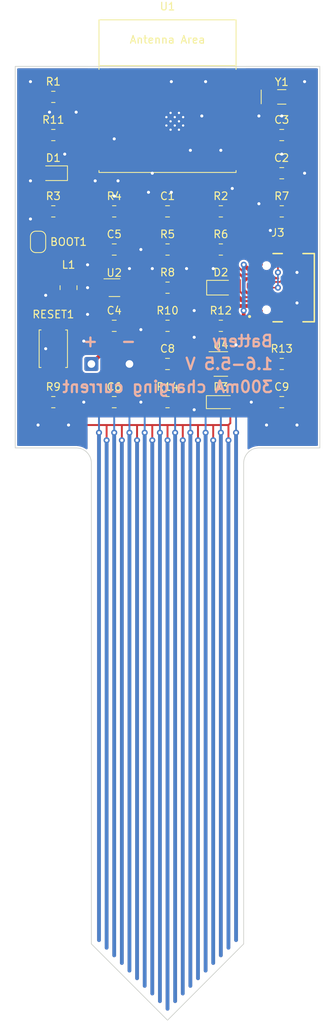
<source format=kicad_pcb>
(kicad_pcb (version 20211014) (generator pcbnew)
  (layers (0 "F.Cu" signal) (31 "B.Cu" signal) (34 "B.Paste" user) (35 "F.Paste" user) (36 "B.SilkS" user "B.Silkscreen") (37 "F.SilkS" user "F.Silkscreen") (38 "B.Mask" user) (39 "F.Mask" user) (44 "Edge.Cuts" user))
  (net 0 "")
  (net 1 "Net-(D1-Pad1)")
  (net 2 "GND")
  (net 3 "+3.3V")
  (net 4 "/EN")
  (net 5 "/USB_D-")
  (net 6 "/USB_D+")
  (net 8 "/XTAL_32K_N")
  (net 9 "/XTAL_32K_P")
  (net 10 "VDD")
  (net 12 "Net-(J3-PadB5)")
  (net 13 "Net-(J3-PadA5)")
  (net 15 "Net-(L1-Pad1)")
  (net 16 "Net-(L1-Pad2)")
  (net 17 "/MEASURE")
  (net 20 "Net-(R12-Pad1)")
  (net 21 "/PWR_MODE")
  (net 22 "Net-(D2-Pad1)")
  (net 23 "Net-(R13-Pad2)")
  (net 25 "Net-(R4-Pad1)")
  (net 26 "+BATT")
  (net 27 "/PULSE")
  (net 28 "/+PROBE")
  (net 29 "Net-(R5-Pad1)")
  (net 30 "Net-(BOOT1-Pad1)")
  (net 31 "Net-(R2-Pad1)")
  (net 32 "Net-(R3-Pad2)")
  (net 33 "Net-(R11-Pad1)")
  (footprint "Resistor_SMD:R_0805_2012Metric_Pad1.20x1.40mm_HandSolder" (layer "F.Cu") (at 135 79 180)
    (fp_text reference "R10")
    (fp_text value "10k")
  )
  (footprint "Capacitor_SMD:C_0805_2012Metric_Pad1.18x1.45mm_HandSolder" (layer "F.Cu") (at 128 89)
    (fp_text reference "C6")
    (fp_text value "1nF")
  )
  (footprint "Capacitor_SMD:C_0805_2012Metric_Pad1.18x1.45mm_HandSolder" (layer "F.Cu") (at 150 59)
    (fp_text reference "C2")
    (fp_text value "18pF")
  )
  (footprint "Resistor_SMD:R_0805_2012Metric_Pad1.20x1.40mm_HandSolder" (layer "F.Cu") (at 142 69 180)
    (fp_text reference "R6")
    (fp_text value "5.1k")
  )
  (footprint "Connector_Wire:SolderWire-0.25sqmm_1x01_D0.65mm_OD1.7mm" (layer "F.Cu") (at 130 84)
    (fp_text reference "-BATT1" hide)
    (fp_text value "Conn_01x01" hide)
  )
  (footprint "Resistor_SMD:R_0805_2012Metric_Pad1.20x1.40mm_HandSolder" (layer "F.Cu") (at 120 64)
    (fp_text reference "R3")
    (fp_text value "10k")
  )
  (footprint "Capacitor_SMD:C_0805_2012Metric_Pad1.18x1.45mm_HandSolder" (layer "F.Cu") (at 150 89 180)
    (fp_text reference "C9")
    (fp_text value "10uF")
  )
  (footprint "Resistor_SMD:R_0805_2012Metric_Pad1.20x1.40mm_HandSolder" (layer "F.Cu") (at 135 69 180)
    (fp_text reference "R5")
    (fp_text value "511k")
  )
  (footprint "Resistor_SMD:R_0805_2012Metric_Pad1.20x1.40mm_HandSolder" (layer "F.Cu") (at 128 64)
    (fp_text reference "R4")
    (fp_text value "1k")
  )
  (footprint "Resistor_SMD:R_0805_2012Metric_Pad1.20x1.40mm_HandSolder" (layer "F.Cu") (at 135 89 180)
    (fp_text reference "R14")
    (fp_text value "1M")
  )
  (footprint "Resistor_SMD:R_0805_2012Metric_Pad1.20x1.40mm_HandSolder" (layer "F.Cu") (at 150 84 180)
    (fp_text reference "R13")
    (fp_text value "3.3k")
  )
  (footprint "library:USB4110-GF-A_REVB" (layer "F.Cu") (at 148 74 90)
    (fp_text reference "J3")
    (fp_text value "USB4110")
  )
  (footprint "Capacitor_SMD:C_0805_2012Metric_Pad1.18x1.45mm_HandSolder" (layer "F.Cu") (at 135 84)
    (fp_text reference "C8")
    (fp_text value "10uF")
  )
  (footprint "Resistor_SMD:R_0805_2012Metric_Pad1.20x1.40mm_HandSolder" (layer "F.Cu") (at 142 79 180)
    (fp_text reference "R12")
    (fp_text value "220R")
  )
  (footprint "Diode_SMD:D_0805_2012Metric_Pad1.15x1.40mm_HandSolder" (layer "F.Cu") (at 120 59 180)
    (fp_text reference "D1")
    (fp_text value "LED")
  )
  (footprint "Package_TO_SOT_SMD:SOT-23-5_HandSoldering" (layer "F.Cu") (at 142 84)
    (fp_text reference "U4")
    (fp_text value "MCP73832")
  )
  (footprint "Resistor_SMD:R_0805_2012Metric_Pad1.20x1.40mm_HandSolder" (layer "F.Cu") (at 142 64 180)
    (fp_text reference "R2")
    (fp_text value "10k")
  )
  (footprint "Capacitor_SMD:C_0805_2012Metric_Pad1.18x1.45mm_HandSolder" (layer "F.Cu") (at 150 54 180)
    (fp_text reference "C3")
    (fp_text value "18pF")
  )
  (footprint "Resistor_SMD:R_0805_2012Metric_Pad1.20x1.40mm_HandSolder" (layer "F.Cu") (at 120 49 180)
    (fp_text reference "R1")
    (fp_text value "10k")
  )
  (footprint "Capacitor_SMD:C_0805_2012Metric_Pad1.18x1.45mm_HandSolder" (layer "F.Cu") (at 128 79)
    (fp_text reference "C4")
    (fp_text value "47uF")
  )
  (footprint "Package_TO_SOT_SMD:SC-70-8" (layer "F.Cu") (at 128 74)
    (fp_text reference "U2")
    (fp_text value "TPS631000")
  )
  (footprint "library:ESP32-C3-WROOM-02" (layer "F.Cu") (at 135 50.15)
    (fp_text reference "U1")
    (fp_text value "ESP32-C3-WROOM-02")
  )
  (footprint "Inductor_SMD:L_1008_2520Metric_Pad1.43x2.20mm_HandSolder" (layer "F.Cu") (at 122 74 90)
    (fp_text reference "L1")
    (fp_text value "1uH")
  )
  (footprint "Resistor_SMD:R_0805_2012Metric_Pad1.20x1.40mm_HandSolder" (layer "F.Cu") (at 120 54 180)
    (fp_text reference "R11")
    (fp_text value "47R")
  )
  (footprint "Button_Switch_SMD:SW_SPST_EVQP2" (layer "F.Cu") (at 120 82 90)
    (fp_text reference "RESET1")
    (fp_text value "EVQ-Q2F03W")
  )
  (footprint "Connector_Wire:SolderWire-0.25sqmm_1x01_D0.65mm_OD1.7mm" (layer "F.Cu") (at 125 84)
    (fp_text reference "+BATT1" hide)
    (fp_text value "Conn_01x01" hide)
  )
  (footprint "Diode_SMD:D_0805_2012Metric_Pad1.15x1.40mm_HandSolder" (layer "F.Cu") (at 142 74)
    (fp_text reference "D2")
    (fp_text value "LED")
  )
  (footprint "Capacitor_SMD:C_0805_2012Metric_Pad1.18x1.45mm_HandSolder" (layer "F.Cu") (at 128 69)
    (fp_text reference "C5")
    (fp_text value "47uF")
  )
  (footprint "Resistor_SMD:R_0805_2012Metric_Pad1.20x1.40mm_HandSolder" (layer "F.Cu") (at 135 74 180)
    (fp_text reference "R8")
    (fp_text value "91k")
  )
  (footprint "Resistor_SMD:R_0805_2012Metric_Pad1.20x1.40mm_HandSolder" (layer "F.Cu") (at 150 64 180)
    (fp_text reference "R7")
    (fp_text value "5.1k")
  )
  (footprint "Diode_SMD:D_SOD-323_HandSoldering" (layer "F.Cu") (at 142 89)
    (fp_text reference "D3")
    (fp_text value "D")
  )
  (footprint "Resistor_SMD:R_0805_2012Metric_Pad1.20x1.40mm_HandSolder" (layer "F.Cu") (at 120 89 180)
    (fp_text reference "R9")
    (fp_text value "1k")
  )
  (footprint "Jumper:SolderJumper-2_P1.3mm_Open_RoundedPad1.0x1.5mm" (layer "F.Cu") (at 118 68 -90)
    (fp_text reference "BOOT1")
    (fp_text value "Jumper_2_Open")
  )
  (footprint "Crystal:Crystal_SMD_G8-2Pin_3.2x1.5mm_HandSoldering" (layer "F.Cu") (at 150 49)
    (fp_text reference "Y1")
    (fp_text value "32.768kHz")
  )
  (footprint "Capacitor_SMD:C_0805_2012Metric_Pad1.18x1.45mm_HandSolder" (layer "F.Cu") (at 135 64 180)
    (fp_text reference "C1")
    (fp_text value "1uF")
  )
  (gr_arc (start 123 95) (mid 124.414214 95.585786) (end 125 97) (layer "Edge.Cuts") (width 0.1))
  (gr_line (start 155 45) (end 155 95) (layer "Edge.Cuts") (width 0.1))
  (gr_line (start 145 97) (end 145 160) (layer "Edge.Cuts") (width 0.1))
  (gr_line (start 115 45) (end 155 45) (layer "Edge.Cuts") (width 0.1))
  (gr_line (start 145 160) (end 135 170) (layer "Edge.Cuts") (width 0.1))
  (gr_line (start 115 95) (end 115 45) (layer "Edge.Cuts") (width 0.1))
  (gr_line (start 125 160) (end 125 97) (layer "Edge.Cuts") (width 0.1))
  (gr_line (start 135 170) (end 125 160) (layer "Edge.Cuts") (width 0.1))
  (gr_line (start 147 95) (end 155 95) (layer "Edge.Cuts") (width 0.1))
  (gr_arc (start 145 97) (mid 145.585786 95.585786) (end 147 95) (layer "Edge.Cuts") (width 0.1))
  (gr_line (start 123 95) (end 115 95) (layer "Edge.Cuts") (width 0.1))
  (gr_text "300mA charging current" (at 149 87) (layer "B.SilkS") (effects (font (size 1.5 1.5) (thickness 0.3)) (justify left mirror)))
  (gr_text "+" (at 126 81) (layer "B.SilkS") (effects (font (size 1.5 1.5) (thickness 0.3)) (justify left mirror)))
  (gr_text "-" (at 131 81) (layer "B.SilkS") (effects (font (size 1.5 1.5) (thickness 0.3)) (justify left mirror)))
  (gr_text "Battery" (at 149 81) (layer "B.SilkS") (effects (font (size 1.5 1.5) (thickness 0.3)) (justify left mirror)))
  (gr_text "1.6-5.5 V" (at 149 84) (layer "B.SilkS") (effects (font (size 1.5 1.5) (thickness 0.3)) (justify left mirror)))
  (segment (start 121.025 58.025) (end 119 56) (width 0.25) (layer "F.Cu") (net 1))
  (segment (start 119 56) (end 119 54) (width 0.25) (layer "F.Cu") (net 1))
  (segment (start 121.025 59) (end 121.025 58.025) (width 0.25) (layer "F.Cu") (net 1))
  (segment (start 138 93) (end 138 165.5) (width 0.5) (layer "F.Cu") (net 2))
  (segment (start 134 93) (end 134 167.5) (width 0.5) (layer "F.Cu") (net 2))
  (segment (start 130 93) (end 130 163.5) (width 0.5) (layer "F.Cu") (net 2))
  (segment (start 126 93) (end 126 159.5) (width 0.5) (layer "F.Cu") (net 2))
  (segment (start 130.75 73.75) (end 132.5 75.5) (width 0.25) (layer "F.Cu") (net 2))
  (segment (start 136 93) (end 136 167.5) (width 0.5) (layer "F.Cu") (net 2))
  (segment (start 128 93) (end 128 161.5) (width 0.5) (layer "F.Cu") (net 2))
  (segment (start 135 75.5) (end 136 74.5) (width 0.25) (layer "F.Cu") (net 2))
  (segment (start 136 74.5) (end 136 74) (width 0.25) (layer "F.Cu") (net 2))
  (segment (start 140 93) (end 140 163.5) (width 0.5) (layer "F.Cu") (net 2))
  (segment (start 142 93) (end 142 161.5) (width 0.5) (layer "F.Cu") (net 2))
  (segment (start 132.5 75.5) (end 135 75.5) (width 0.25) (layer "F.Cu") (net 2))
  (segment (start 128.25 73.75) (end 130.75 73.75) (width 0.25) (layer "F.Cu") (net 2))
  (segment (start 144 159.5) (end 144 93) (width 0.5) (layer "F.Cu") (net 2))
  (segment (start 132 93) (end 132 165.5) (width 0.5) (layer "F.Cu") (net 2))
  (via (at 153 59) (size 0.8) (drill 0.4) (layers "F.Cu" "B.Cu") (net 2))
  (via (at 137.05 52.75) (size 0.7) (drill 0.3) (layers "F.Cu" "B.Cu") (net 2))
  (via (at 140 93) (size 0.8) (drill 0.4) (layers "F.Cu" "B.Cu") (net 2))
  (via (at 135.4 51.1) (size 0.7) (drill 0.3) (layers "F.Cu" "B.Cu") (net 2))
  (via (at 138.5 77) (size 0.8) (drill 0.4) (layers "F.Cu" "B.Cu") (net 2))
  (via (at 119 82) (size 0.8) (drill 0.4) (layers "F.Cu" "B.Cu") (net 2))
  (via (at 140 47) (size 0.8) (drill 0.4) (layers "F.Cu" "B.Cu") (net 2))
  (via (at 138 56) (size 0.8) (drill 0.4) (layers "F.Cu" "B.Cu") (net 2))
  (via (at 137.05 51.65) (size 0.7) (drill 0.3) (layers "F.Cu" "B.Cu") (net 2))
  (via (at 128 62) (size 0.8) (drill 0.4) (layers "F.Cu" "B.Cu") (net 2))
  (via (at 130 93) (size 0.8) (drill 0.4) (layers "F.Cu" "B.Cu") (net 2))
  (via (at 134.85 51.65) (size 0.7) (drill 0.3) (layers "F.Cu" "B.Cu") (net 2))
  (via (at 121.5 56.5) (size 0.8) (drill 0.4) (layers "F.Cu" "B.Cu") (net 2))
  (via (at 126 93) (size 0.8) (drill 0.4) (layers "F.Cu" "B.Cu") (net 2))
  (via (at 136 93) (size 0.8) (drill 0.4) (layers "F.Cu" "B.Cu") (net 2))
  (via (at 132 93) (size 0.8) (drill 0.4) (layers "F.Cu" "B.Cu") (net 2))
  (via (at 137.5 71.5) (size 0.8) (drill 0.4) (layers "F.Cu" "B.Cu") (net 2))
  (via (at 123 51) (size 0.8) (drill 0.4) (layers "F.Cu" "B.Cu") (net 2))
  (via (at 124.5 77.5) (size 0.8) (drill 0.4) (layers "F.Cu" "B.Cu") (net 2))
  (via (at 128.5 60) (size 0.8) (drill 0.4) (layers "F.Cu" "B.Cu") (net 2))
  (via (at 117 65) (size 0.8) (drill 0.4) (layers "F.Cu" "B.Cu") (net 2))
  (via (at 135.4 53.3) (size 0.7) (drill 0.3) (layers "F.Cu" "B.Cu") (net 2))
  (via (at 125.5 60) (size 0.8) (drill 0.4) (layers "F.Cu" "B.Cu") (net 2))
  (via (at 138 93) (size 0.8) (drill 0.4) (layers "F.Cu" "B.Cu") (net 2))
  (via (at 122 92) (size 0.8) (drill 0.4) (layers "F.Cu" "B.Cu") (net 2))
  (via (at 144 93) (size 0.8) (drill 0.4) (layers "F.Cu" "B.Cu") (net 2))
  (via (at 152 72) (size 0.8) (drill 0.4) (layers "F.Cu" "B.Cu") (net 2))
  (via (at 133 59) (size 0.8) (drill 0.4) (layers "F.Cu" "B.Cu") (net 2))
  (via (at 133 71.5) (size 0.8) (drill 0.4) (layers "F.Cu" "B.Cu") (net 2))
  (via (at 138.5 80.5) (size 0.8) (drill 0.4) (layers "F.Cu" "B.Cu") (net 2))
  (via (at 118 92) (size 0.8) (drill 0.4) (layers "F.Cu" "B.Cu") (net 2))
  (via (at 124.5 74) (size 0.8) (drill 0.4) (layers "F.Cu" "B.Cu") (net 2))
  (via (at 136.5 53.3) (size 0.7) (drill 0.3) (layers "F.Cu" "B.Cu") (net 2))
  (via (at 128 54.5) (size 0.8) (drill 0.4) (layers "F.Cu" "B.Cu") (net 2))
  (via (at 132.5 61.5) (size 0.8) (drill 0.4) (layers "F.Cu" "B.Cu") (net 2))
  (via (at 139.5 51.5) (size 0.8) (drill 0.4) (layers "F.Cu" "B.Cu") (net 2))
  (via (at 147 63) (size 0.8) (drill 0.4) (layers "F.Cu" "B.Cu") (net 2))
  (via (at 128 93) (size 0.8) (drill 0.4) (layers "F.Cu" "B.Cu") (net 2))
  (via (at 117 60) (size 0.8) (drill 0.4) (layers "F.Cu" "B.Cu") (net 2))
  (via (at 150 56.5) (size 0.8) (drill 0.4) (layers "F.Cu" "B.Cu") (net 2))
  (via (at 119 75) (size 0.8) (drill 0.4) (layers "F.Cu" "B.Cu") (net 2))
  (via (at 136.5 52.2) (size 0.7) (drill 0.3) (layers "F.Cu" "B.Cu") (net 2))
  (via (at 153 47) (size 0.8) (drill 0.4) (layers "F.Cu" "B.Cu") (net 2))
  (via (at 152 92) (size 0.8) (drill 0.4) (layers "F.Cu" "B.Cu") (net 2))
  (via (at 138.5 90) (size 0.8) (drill 0.4) (layers "F.Cu" "B.Cu") (net 2))
  (via (at 131.5 69) (size 0.8) (drill 0.4) (layers "F.Cu" "B.Cu") (net 2))
  (via (at 148.5 66.5) (size 0.8) (drill 0.4) (layers "F.Cu" "B.Cu") (net 2))
  (via (at 147 51.5) (size 0.8) (drill 0.4) (layers "F.Cu" "B.Cu") (net 2))
  (via (at 152 76) (size 0.8) (drill 0.4) (layers "F.Cu" "B.Cu") (net 2))
  (via (at 141 71.5) (size 0.8) (drill 0.4) (layers "F.Cu" "B.Cu") (net 2))
  (via (at 136.5 51.1) (size 0.7) (drill 0.3) (layers "F.Cu" "B.Cu") (net 2))
  (via (at 146 89) (size 0.8) (drill 0.4) (layers "F.Cu" "B.Cu") (net 2))
  (via (at 124 81) (size 0.8) (drill 0.4) (layers "F.Cu" "B.Cu") (net 2))
  (via (at 142 56) (size 0.8) (drill 0.4) (layers "F.Cu" "B.Cu") (net 2))
  (via (at 124 89) (size 0.8) (drill 0.4) (layers "F.Cu" "B.Cu") (net 2))
  (via (at 135.95 52.75) (size 0.7) (drill 0.3) (layers "F.Cu" "B.Cu") (net 2))
  (via (at 143.5 61) (size 0.8) (drill 0.4) (layers "F.Cu" "B.Cu") (net 2))
  (via (at 142 93) (size 0.8) (drill 0.4) (layers "F.Cu" "B.Cu") (net 2))
  (via (at 135.5 47) (size 0.8) (drill 0.4) (layers "F.Cu" "B.Cu") (net 2))
  (via (at 131.5 89) (size 0.8) (drill 0.4) (layers "F.Cu" "B.Cu") (net 2))
  (via (at 130 71.5) (size 0.8) (drill 0.4) (layers "F.Cu" "B.Cu") (net 2))
  (via (at 135.4 52.2) (size 0.7) (drill 0.3) (layers "F.Cu" "B.Cu") (net 2))
  (via (at 131.5 79.5) (size 0.8) (drill 0.4) (layers "F.Cu" "B.Cu") (net 2))
  (via (at 150 51.5) (size 0.8) (drill 0.4) (layers "F.Cu" "B.Cu") (net 2))
  (via (at 117 47) (size 0.8) (drill 0.4) (layers "F.Cu" "B.Cu") (net 2))
  (via (at 119.5 51) (size 0.8) (drill 0.4) (layers "F.Cu" "B.Cu") (net 2))
  (via (at 135.95 51.65) (size 0.7) (drill 0.3) (layers "F.Cu" "B.Cu") (net 2))
  (via (at 124.5 71) (size 0.8) (drill 0.4) (layers "F.Cu" "B.Cu") (net 2))
  (via (at 134 93) (size 0.8) (drill 0.4) (layers "F.Cu" "B.Cu") (net 2))
  (via (at 144 81.5) (size 0.8) (drill 0.4) (layers "F.Cu" "B.Cu") (net 2))
  (via (at 134.85 52.75) (size 0.7) (drill 0.3) (layers "F.Cu" "B.Cu") (net 2))
  (via (at 148 92) (size 0.8) (drill 0.4) (layers "F.Cu" "B.Cu") (net 2))
  (via (at 135.5 61.5) (size 0.8) (drill 0.4) (layers "F.Cu" "B.Cu") (net 2))
  (segment (start 132 90.5) (end 132 93) (width 0.25) (layer "B.Cu") (net 2))
  (segment (start 136 90.5) (end 136 93) (width 0.25) (layer "B.Cu") (net 2))
  (segment (start 140 93) (end 140 163.5) (width 0.5) (layer "B.Cu") (net 2))
  (segment (start 144 90.5) (end 144 93) (width 0.25) (layer "B.Cu") (net 2))
  (segment (start 142 93) (end 142 161.5) (width 0.5) (layer "B.Cu") (net 2))
  (segment (start 134 90.5) (end 134 93) (width 0.25) (layer "B.Cu") (net 2))
  (segment (start 130 93) (end 130 163.5) (width 0.5) (layer "B.Cu") (net 2))
  (segment (start 132 93) (end 132 165.5) (width 0.5) (layer "B.Cu") (net 2))
  (segment (start 130 90.5) (end 130 93) (width 0.25) (layer "B.Cu") (net 2))
  (segment (start 128 93) (end 128 161.5) (width 0.5) (layer "B.Cu") (net 2))
  (segment (start 138 90.5) (end 138 93) (width 0.25) (layer "B.Cu") (net 2))
  (segment (start 140 90.5) (end 140 93) (width 0.25) (layer "B.Cu") (net 2))
  (segment (start 142 90.5) (end 142 93) (width 0.25) (layer "B.Cu") (net 2))
  (segment (start 128 90.5) (end 128 93) (width 0.25) (layer "B.Cu") (net 2))
  (segment (start 144 159.5) (end 144 93) (width 0.5) (layer "B.Cu") (net 2))
  (segment (start 138 93) (end 138 165.5) (width 0.5) (layer "B.Cu") (net 2))
  (segment (start 136 93) (end 136 167.5) (width 0.5) (layer "B.Cu") (net 2))
  (segment (start 126 93) (end 126 159.5) (width 0.5) (layer "B.Cu") (net 2))
  (segment (start 126 90.5) (end 126 93) (width 0.25) (layer "B.Cu") (net 2))
  (segment (start 134 93) (end 134 167.5) (width 0.5) (layer "B.Cu") (net 2))
  (segment (start 141 64) (end 139 66) (width 0.5) (layer "F.Cu") (net 3))
  (segment (start 119 59.025) (end 119 64) (width 0.5) (layer "F.Cu") (net 3))
  (segment (start 119 48) (end 120 47) (width 0.5) (layer "F.Cu") (net 3))
  (segment (start 126.9625 69.075) (end 126.9625 73.1) (width 0.5) (layer "F.Cu") (net 3))
  (segment (start 117 51) (end 117 57.025) (width 0.5) (layer "F.Cu") (net 3))
  (segment (start 124.5 46) (end 129 46) (width 0.5) (layer "F.Cu") (net 3))
  (segment (start 134 66) (end 134 69) (width 0.5) (layer "F.Cu") (net 3))
  (segment (start 127.0025 68.96) (end 126.9625 69) (width 0.5) (layer "F.Cu") (net 3))
  (segment (start 119 49) (end 117 51) (width 0.5) (layer "F.Cu") (net 3))
  (segment (start 129 46) (end 133 50) (width 0.5) (layer "F.Cu") (net 3))
  (segment (start 128.75 66) (end 126.9625 67.7875) (width 0.5) (layer "F.Cu") (net 3))
  (segment (start 135.75 66) (end 128.75 66) (width 0.5) (layer "F.Cu") (net 3))
  (segment (start 119 49) (end 119 48) (width 0.5) (layer "F.Cu") (net 3))
  (segment (start 139 66) (end 136 66) (width 0.5) (layer "F.Cu") (net 3))
  (segment (start 123.5 47) (end 124.5 46) (width 0.5) (layer "F.Cu") (net 3))
  (segment (start 120 47) (end 123.5 47) (width 0.5) (layer "F.Cu") (net 3))
  (segment (start 133 50) (end 133 56) (width 0.5) (layer "F.Cu") (net 3))
  (segment (start 133 56) (end 141 64) (width 0.5) (layer "F.Cu") (net 3))
  (segment (start 117 57.025) (end 119 59.025) (width 0.5) (layer "F.Cu") (net 3))
  (segment (start 126.9625 67.7875) (end 126.9625 69) (width 0.5) (layer "F.Cu") (net 3))
  (segment (start 129 63) (end 131 61) (width 0.25) (layer "F.Cu") (net 4))
  (segment (start 131 50) (end 128.5 47.5) (width 0.25) (layer "F.Cu") (net 4))
  (segment (start 128.5 47.5) (end 125 47.5) (width 0.25) (layer "F.Cu") (net 4))
  (segment (start 129 64) (end 133.9625 64) (width 0.25) (layer "F.Cu") (net 4))
  (segment (start 123.5 49) (end 121 49) (width 0.25) (layer "F.Cu") (net 4))
  (segment (start 125 47.5) (end 123.5 49) (width 0.25) (layer "F.Cu") (net 4))
  (segment (start 131 61) (end 131 50) (width 0.25) (layer "F.Cu") (net 4))
  (segment (start 129 64) (end 129 63) (width 0.25) (layer "F.Cu") (net 4))
  (segment (start 149.5 67) (end 150.5 66) (width 0.2) (layer "F.Cu") (net 5))
  (segment (start 146.5 60.5) (end 146.5 54.5) (width 0.2) (layer "F.Cu") (net 5))
  (segment (start 145.5 53.5) (end 143.75 53.5) (width 0.2) (layer "F.Cu") (net 5))
  (segment (start 146.925 74.75) (end 147.75 74.75) (width 0.2) (layer "F.Cu") (net 5))
  (segment (start 147.75 74.75) (end 148 74.5) (width 0.2) (layer "F.Cu") (net 5))
  (segment (start 152.5 63) (end 151.5 62) (width 0.2) (layer "F.Cu") (net 5))
  (segment (start 148 74) (end 149.5 74) (width 0.2) (layer "F.Cu") (net 5))
  (segment (start 150.5 66) (end 151.5 66) (width 0.2) (layer "F.Cu") (net 5))
  (segment (start 152.5 65) (end 152.5 63) (width 0.2) (layer "F.Cu") (net 5))
  (segment (start 148 62) (end 146.5 60.5) (width 0.2) (layer "F.Cu") (net 5))
  (segment (start 146.5 54.5) (end 145.5 53.5) (width 0.2) (layer "F.Cu") (net 5))
  (segment (start 146.925 73.75) (end 147.75 73.75) (width 0.2) (layer "F.Cu") (net 5))
  (segment (start 151.5 66) (end 152.5 65) (width 0.2) (layer "F.Cu") (net 5))
  (segment (start 148 74.5) (end 148 74) (width 0.2) (layer "F.Cu") (net 5))
  (segment (start 149.5 72) (end 149.5 67) (width 0.2) (layer "F.Cu") (net 5))
  (segment (start 147.75 73.75) (end 148 74) (width 0.2) (layer "F.Cu") (net 5))
  (segment (start 151.5 62) (end 148 62) (width 0.2) (layer "F.Cu") (net 5))
  (via (at 149.5 74) (size 0.8) (drill 0.4) (layers "F.Cu" "B.Cu") (net 5))
  (via (at 149.5 72) (size 0.8) (drill 0.4) (layers "F.Cu" "B.Cu") (net 5))
  (segment (start 149.5 72) (end 149.5 74) (width 0.2) (layer "B.Cu") (net 5))
  (segment (start 147 54) (end 147 60) (width 0.2) (layer "F.Cu") (net 6))
  (segment (start 150 67.5) (end 150 71) (width 0.2) (layer "F.Cu") (net 6))
  (segment (start 147 60) (end 148.5 61.5) (width 0.2) (layer "F.Cu") (net 6))
  (segment (start 145.5 73.5) (end 145.5 74) (width 0.2) (layer "F.Cu") (net 6))
  (segment (start 150.5 71.5) (end 150.5 72.5) (width 0.2) (layer "F.Cu") (net 6))
  (segment (start 145 52) (end 147 54) (width 0.2) (layer "F.Cu") (net 6))
  (segment (start 150.5 72.5) (end 149.75 73.25) (width 0.2) (layer "F.Cu") (net 6))
  (segment (start 151 66.5) (end 150 67.5) (width 0.2) (layer "F.Cu") (net 6))
  (segment (start 153 62.5) (end 153 65.5) (width 0.2) (layer "F.Cu") (net 6))
  (segment (start 145.75 73.25) (end 145.5 73.5) (width 0.2) (layer "F.Cu") (net 6))
  (segment (start 148.5 61.5) (end 152 61.5) (width 0.2) (layer "F.Cu") (net 6))
  (segment (start 152 66.5) (end 151 66.5) (width 0.2) (layer "F.Cu") (net 6))
  (segment (start 152 61.5) (end 153 62.5) (width 0.2) (layer "F.Cu") (net 6))
  (segment (start 153 65.5) (end 152 66.5) (width 0.2) (layer "F.Cu") (net 6))
  (segment (start 145.5 74) (end 145.75 74.25) (width 0.2) (layer "F.Cu") (net 6))
  (segment (start 143.75 52) (end 145 52) (width 0.2) (layer "F.Cu") (net 6))
  (segment (start 145.75 74.25) (end 146.925 74.25) (width 0.2) (layer "F.Cu") (net 6))
  (segment (start 150 71) (end 150.5 71.5) (width 0.2) (layer "F.Cu") (net 6))
  (segment (start 149.75 73.25) (end 145.75 73.25) (width 0.2) (layer "F.Cu") (net 6))
  (segment (start 148.5 49) (end 146.5 49) (width 0.2) (layer "F.Cu") (net 8))
  (segment (start 148.9625 54) (end 148.9625 51.7125) (width 0.2) (layer "F.Cu") (net 8))
  (segment (start 146.5 49) (end 145 47.5) (width 0.2) (layer "F.Cu") (net 8))
  (segment (start 148.5 51.25) (end 148.5 49) (width 0.2) (layer "F.Cu") (net 8))
  (segment (start 145 47.5) (end 143.75 47.5) (width 0.2) (layer "F.Cu") (net 8))
  (segment (start 148.9625 51.7125) (end 148.5 51.25) (width 0.2) (layer "F.Cu") (net 8))
  (segment (start 149.5 47) (end 146 47) (width 0.2) (layer "F.Cu") (net 9))
  (segment (start 145 46) (end 143.75 46) (width 0.2) (layer "F.Cu") (net 9))
  (segment (start 153 57.0375) (end 153 50.5) (width 0.2) (layer "F.Cu") (net 9))
  (segment (start 146 47) (end 145 46) (width 0.2) (layer "F.Cu") (net 9))
  (segment (start 151.0375 59) (end 153 57.0375) (width 0.2) (layer "F.Cu") (net 9))
  (segment (start 153 50.5) (end 149.5 47) (width 0.2) (layer "F.Cu") (net 9))
  (segment (start 144.4 76.4) (end 145.1 76.4) (width 0.5) (layer "F.Cu") (net 10))
  (segment (start 153 85) (end 152 86) (width 0.5) (layer "F.Cu") (net 10))
  (segment (start 149 88.9625) (end 149.0375 88.9625) (width 0.5) (layer "F.Cu") (net 10))
  (segment (start 153 83) (end 153 85) (width 0.5) (layer "F.Cu") (net 10))
  (segment (start 145 77) (end 145 76.5) (width 0.5) (layer "F.Cu") (net 10))
  (segment (start 145.1 76.4) (end 146.925 76.4) (width 0.5) (layer "F.Cu") (net 10))
  (segment (start 149 88.9625) (end 148.9625 89) (width 0.5) (layer "F.Cu") (net 10))
  (segment (start 147 82) (end 152 82) (width 0.5) (layer "F.Cu") (net 10))
  (segment (start 144.9398 84.9398) (end 143.3716 84.9398) (width 0.5) (layer "F.Cu") (net 10))
  (segment (start 145.624598 71.6) (end 146.925 71.6) (width 0.5) (layer "F.Cu") (net 10))
  (segment (start 145 76.5) (end 145.1 76.4) (width 0.5) (layer "F.Cu") (net 10))
  (segment (start 149 86) (end 149 88.9625) (width 0.5) (layer "F.Cu") (net 10))
  (segment (start 152 82) (end 153 83) (width 0.5) (layer "F.Cu") (net 10))
  (segment (start 143.025 75.025) (end 143.025 74) (width 0.5) (layer "F.Cu") (net 10))
  (segment (start 145 77) (end 145 80) (width 0.5) (layer "F.Cu") (net 10))
  (segment (start 144.4 76.4) (end 143.025 75.025) (width 0.5) (layer "F.Cu") (net 10))
  (segment (start 145.012299 70.987701) (end 145.624598 71.6) (width 0.5) (layer "F.Cu") (net 10))
  (segment (start 149 86) (end 146 86) (width 0.5) (layer "F.Cu") (net 10))
  (segment (start 146 86) (end 144.9398 84.9398) (width 0.5) (layer "F.Cu") (net 10))
  (segment (start 152 86) (end 149 86) (width 0.5) (layer "F.Cu") (net 10))
  (segment (start 145 80) (end 147 82) (width 0.5) (layer "F.Cu") (net 10))
  (via (at 145.012299 70.987701) (size 0.8) (drill 0.4) (layers "F.Cu" "B.Cu") (net 10))
  (via (at 145 77) (size 0.8) (drill 0.4) (layers "F.Cu" "B.Cu") (net 10))
  (segment (start 145 71) (end 145.012299 70.987701) (width 0.5) (layer "B.Cu") (net 10))
  (segment (start 145 77) (end 145 71) (width 0.5) (layer "B.Cu") (net 10))
  (segment (start 144 71) (end 145.25 72.25) (width 0.25) (layer "F.Cu") (net 12))
  (segment (start 145.25 72.25) (end 147.645 72.25) (width 0.25) (layer "F.Cu") (net 12))
  (segment (start 144 69) (end 144 71) (width 0.25) (layer "F.Cu") (net 12))
  (segment (start 149 64) (end 144 69) (width 0.25) (layer "F.Cu") (net 12))
  (segment (start 141 69.5) (end 141 69) (width 0.25) (layer "F.Cu") (net 13))
  (segment (start 145.25 75.25) (end 144.5 74.5) (width 0.25) (layer "F.Cu") (net 13))
  (segment (start 144.5 73) (end 141 69.5) (width 0.25) (layer "F.Cu") (net 13))
  (segment (start 146.925 75.25) (end 145.25 75.25) (width 0.25) (layer "F.Cu") (net 13))
  (segment (start 144.5 74.5) (end 144.5 73) (width 0.25) (layer "F.Cu") (net 13))
  (segment (start 124.8375 75.1625) (end 125.75 74.25) (width 0.25) (layer "F.Cu") (net 15))
  (segment (start 122 75.1625) (end 124.8375 75.1625) (width 0.25) (layer "F.Cu") (net 15))
  (segment (start 125.75 74.25) (end 127.162 74.25) (width 0.25) (layer "F.Cu") (net 15))
  (segment (start 124.8375 72.8375) (end 125.75 73.75) (width 0.25) (layer "F.Cu") (net 16))
  (segment (start 122 72.8375) (end 124.8375 72.8375) (width 0.25) (layer "F.Cu") (net 16))
  (segment (start 125.75 73.75) (end 127.162 73.75) (width 0.25) (layer "F.Cu") (net 16))
  (segment (start 125 63.5) (end 127.5 61) (width 0.25) (layer "F.Cu") (net 17))
  (segment (start 125 66) (end 125 63.5) (width 0.25) (layer "F.Cu") (net 17))
  (segment (start 129 61) (end 130 60) (width 0.25) (layer "F.Cu") (net 17))
  (segment (start 140.75 88.75) (end 140.75 89) (width 0.25) (layer "F.Cu") (net 17))
  (segment (start 126.9625 87.0375) (end 127 87) (width 0.25) (layer "F.Cu") (net 17))
  (segment (start 139 87) (end 140.75 88.75) (width 0.25) (layer "F.Cu") (net 17))
  (segment (start 118.5 87) (end 127 87) (width 0.25) (layer "F.Cu") (net 17))
  (segment (start 117.5 86) (end 117.5 73.5) (width 0.25) (layer "F.Cu") (net 17))
  (segment (start 127.5 61) (end 129 61) (width 0.25) (layer "F.Cu") (net 17))
  (segment (start 130 60) (end 130 51) (width 0.25) (layer "F.Cu") (net 17))
  (segment (start 128 49) (end 126.25 49) (width 0.25) (layer "F.Cu") (net 17))
  (segment (start 117.5 73.5) (end 125 66) (width 0.25) (layer "F.Cu") (net 17))
  (segment (start 130 51) (end 128 49) (width 0.25) (layer "F.Cu") (net 17))
  (segment (start 127 87) (end 139 87) (width 0.25) (layer "F.Cu") (net 17))
  (segment (start 140.75 89) (end 136 89) (width 0.25) (layer "F.Cu") (net 17))
  (segment (start 126.9625 89) (end 126.9625 87.0375) (width 0.25) (layer "F.Cu") (net 17))
  (segment (start 117.5 86) (end 118.5 87) (width 0.25) (layer "F.Cu") (net 17))
  (segment (start 143 80) (end 140.6284 82.3716) (width 0.25) (layer "F.Cu") (net 20))
  (segment (start 140.6284 82.3716) (end 140.6284 83.0602) (width 0.25) (layer "F.Cu") (net 20))
  (segment (start 143 79) (end 143 80) (width 0.25) (layer "F.Cu") (net 20))
  (segment (start 140 67) (end 139 68) (width 0.25) (layer "F.Cu") (net 21))
  (segment (start 145.5 64.5) (end 143 67) (width 0.25) (layer "F.Cu") (net 21))
  (segment (start 134 76) (end 134 79) (width 0.25) (layer "F.Cu") (net 21))
  (segment (start 128.838 74.25) (end 130.25 74.25) (width 0.25) (layer "F.Cu") (net 21))
  (segment (start 139 68) (end 139 73) (width 0.25) (layer "F.Cu") (net 21))
  (segment (start 132 76) (end 136 76) (width 0.25) (layer "F.Cu") (net 21))
  (segment (start 143.75 58) (end 145 58) (width 0.25) (layer "F.Cu") (net 21))
  (segment (start 143 67) (end 140 67) (width 0.25) (layer "F.Cu") (net 21))
  (segment (start 145 58) (end 145.5 58.5) (width 0.25) (layer "F.Cu") (net 21))
  (segment (start 145.5 58.5) (end 145.5 64.5) (width 0.25) (layer "F.Cu") (net 21))
  (segment (start 130.25 74.25) (end 132 76) (width 0.25) (layer "F.Cu") (net 21))
  (segment (start 139 73) (end 136 76) (width 0.25) (layer "F.Cu") (net 21))
  (segment (start 141 74.025) (end 141 79) (width 0.25) (layer "F.Cu") (net 22))
  (segment (start 140.975 74) (end 141 74.025) (width 0.25) (layer "F.Cu") (net 22))
  (segment (start 146 84) (end 145.0602 83.0602) (width 0.25) (layer "F.Cu") (net 23))
  (segment (start 149 84) (end 146 84) (width 0.25) (layer "F.Cu") (net 23))
  (segment (start 145.0602 83.0602) (end 143.3716 83.0602) (width 0.25) (layer "F.Cu") (net 23))
  (segment (start 127 64) (end 126 65) (width 0.25) (layer "F.Cu") (net 25))
  (segment (start 120 72.5) (end 120 77) (width 0.25) (layer "F.Cu") (net 25))
  (segment (start 120.85 84.425) (end 121 84.575) (width 0.25) (layer "F.Cu") (net 25))
  (segment (start 120 77) (end 120.85 77.85) (width 0.25) (layer "F.Cu") (net 25))
  (segment (start 126 65) (end 126 66.5) (width 0.25) (layer "F.Cu") (net 25))
  (segment (start 126 66.5) (end 120 72.5) (width 0.25) (layer "F.Cu") (net 25))
  (segment (start 120.85 77.85) (end 120.85 84.425) (width 0.25) (layer "F.Cu") (net 25))
  (segment (start 135 82) (end 127 82) (width 0.5) (layer "F.Cu") (net 26))
  (segment (start 136.0375 84) (end 136.0375 83.0375) (width 0.5) (layer "F.Cu") (net 26))
  (segment (start 140.6284 84.9398) (end 136.9773 84.9398) (width 0.5) (layer "F.Cu") (net 26))
  (segment (start 136.0375 83.0375) (end 135 82) (width 0.5) (layer "F.Cu") (net 26))
  (segment (start 126.9625 79) (end 126.9625 74.9) (width 0.5) (layer "F.Cu") (net 26))
  (segment (start 127.162 74.75) (end 128.838 74.75) (width 0.25) (layer "F.Cu") (net 26))
  (segment (start 136.9773 84.9398) (end 136.0375 84) (width 0.5) (layer "F.Cu") (net 26))
  (segment (start 125 84) (end 126.9625 82.0375) (width 0.5) (layer "F.Cu") (net 26))
  (segment (start 126.9625 82.0375) (end 126.9625 79) (width 0.5) (layer "F.Cu") (net 26))
  (segment (start 124 65.5) (end 124 63) (width 0.25) (layer "F.Cu") (net 27))
  (segment (start 116.5 73) (end 124 65.5) (width 0.25) (layer "F.Cu") (net 27))
  (segment (start 116.5375 86.5375) (end 119 89) (width 0.25) (layer "F.Cu") (net 27))
  (segment (start 129 58) (end 129 52) (width 0.25) (layer "F.Cu") (net 27))
  (segment (start 124 63) (end 129 58) (width 0.25) (layer "F.Cu") (net 27))
  (segment (start 116.5 86.5375) (end 116.5 73) (width 0.25) (layer "F.Cu") (net 27))
  (segment (start 116.5 86.5375) (end 116.5375 86.5375) (width 0.25) (layer "F.Cu") (net 27))
  (segment (start 129 52) (end 127.5 50.5) (width 0.25) (layer "F.Cu") (net 27))
  (segment (start 127.5 50.5) (end 126.25 50.5) (width 0.25) (layer "F.Cu") (net 27))
  (segment (start 143 92) (end 143 94) (width 0.25) (layer "F.Cu") (net 28))
  (segment (start 131 92) (end 133 92) (width 0.25) (layer "F.Cu") (net 28))
  (segment (start 141 94) (end 141 162.5) (width 0.5) (layer "F.Cu") (net 28))
  (segment (start 143 92) (end 143.25 91.75) (width 0.25) (layer "F.Cu") (net 28))
  (segment (start 135 92) (end 136 92) (width 0.25) (layer "F.Cu") (net 28))
  (segment (start 129 92) (end 131 92) (width 0.25) (layer "F.Cu") (net 28))
  (segment (start 131 94) (end 131 164.5) (width 0.5) (layer "F.Cu") (net 28))
  (segment (start 141 92) (end 143 92) (width 0.25) (layer "F.Cu") (net 28))
  (segment (start 127.5 92) (end 124 92) (width 0.25) (layer "F.Cu") (net 28))
  (segment (start 143.25 91.75) (end 143.25 89) (width 0.25) (layer "F.Cu") (net 28))
  (segment (start 137 94) (end 137 166.5) (width 0.5) (layer "F.Cu") (net 28))
  (segment (start 124 92) (end 121 89) (width 0.25) (layer "F.Cu") (net 28))
  (segment (start 129 92) (end 129 94) (width 0.25) (layer "F.Cu") (net 28))
  (segment (start 133 92) (end 135 92) (width 0.25) (layer "F.Cu") (net 28))
  (segment (start 128.512653 92) (end 129 92) (width 0.25) (layer "F.Cu") (net 28))
  (segment (start 131 92) (end 131 94) (width 0.25) (layer "F.Cu") (net 28))
  (segment (start 135 94) (end 135 168.5) (width 0.5) (layer "F.Cu") (net 28))
  (segment (start 133 94) (end 133 166.5) (width 0.5) (layer "F.Cu") (net 28))
  (segment (start 141 92) (end 141 94) (width 0.25) (layer "F.Cu") (net 28))
  (segment (start 136 92) (end 137 92) (width 0.25) (layer "F.Cu") (net 28))
  (segment (start 127 94) (end 127 92) (width 0.25) (layer "F.Cu") (net 28))
  (segment (start 127 94) (end 127 160.5) (width 0.5) (layer "F.Cu") (net 28))
  (segment (start 129 94) (end 129 162.5) (width 0.5) (layer "F.Cu") (net 28))
  (segment (start 133 92) (end 133 94) (width 0.25) (layer "F.Cu") (net 28))
  (segment (start 137 92) (end 139 92) (width 0.25) (layer "F.Cu") (net 28))
  (segment (start 139 92) (end 139 94) (width 0.25) (layer "F.Cu") (net 28))
  (segment (start 127.5 92) (end 128.512653 92) (width 0.25) (layer "F.Cu") (net 28))
  (segment (start 135 92) (end 135 94) (width 0.25) (layer "F.Cu") (net 28))
  (segment (start 139 92) (end 141 92) (width 0.25) (layer "F.Cu") (net 28))
  (segment (start 137 92) (end 137 94) (width 0.25) (layer "F.Cu") (net 28))
  (segment (start 143 94) (end 143 160.5) (width 0.5) (layer "F.Cu") (net 28))
  (segment (start 139 94) (end 139 164.5) (width 0.5) (layer "F.Cu") (net 28))
  (via (at 139 94) (size 0.8) (drill 0.4) (layers "F.Cu" "B.Cu") (net 28))
  (via (at 143 94) (size 0.8) (drill 0.4) (layers "F.Cu" "B.Cu") (net 28))
  (via (at 131 94) (size 0.8) (drill 0.4) (layers "F.Cu" "B.Cu") (net 28))
  (via (at 141 94) (size 0.8) (drill 0.4) (layers "F.Cu" "B.Cu") (net 28))
  (via (at 127 94) (size 0.8) (drill 0.4) (layers "F.Cu" "B.Cu") (net 28))
  (via (at 135 94) (size 0.8) (drill 0.4) (layers "F.Cu" "B.Cu") (net 28))
  (via (at 129 94) (size 0.8) (drill 0.4) (layers "F.Cu" "B.Cu") (net 28))
  (via (at 133 94) (size 0.8) (drill 0.4) (layers "F.Cu" "B.Cu") (net 28))
  (via (at 137 94) (size 0.8) (drill 0.4) (layers "F.Cu" "B.Cu") (net 28))
  (segment (start 129 94) (end 129 162.5) (width 0.5) (layer "B.Cu") (net 28))
  (segment (start 131 94) (end 131 164.5) (width 0.5) (layer "B.Cu") (net 28))
  (segment (start 143 94) (end 143 160.5) (width 0.5) (layer "B.Cu") (net 28))
  (segment (start 135 94) (end 135 168.5) (width 0.5) (layer "B.Cu") (net 28))
  (segment (start 137 94) (end 137 166.5) (width 0.5) (layer "B.Cu") (net 28))
  (segment (start 133 94) (end 133 166.5) (width 0.5) (layer "B.Cu") (net 28))
  (segment (start 139 94) (end 139 164.5) (width 0.5) (layer "B.Cu") (net 28))
  (segment (start 127 94) (end 127 160.5) (width 0.5) (layer "B.Cu") (net 28))
  (segment (start 141 94) (end 141 162.5) (width 0.5) (layer "B.Cu") (net 28))
  (segment (start 131.25 73.25) (end 128.838 73.25) (width 0.25) (layer "F.Cu") (net 29))
  (segment (start 136 69) (end 136 71) (width 0.25) (layer "F.Cu") (net 29))
  (segment (start 132 74) (end 131.25 73.25) (width 0.25) (layer "F.Cu") (net 29))
  (segment (start 134 74) (end 132 74) (width 0.25) (layer "F.Cu") (net 29))
  (segment (start 134 73) (end 134 74) (width 0.25) (layer "F.Cu") (net 29))
  (segment (start 136 71) (end 134 73) (width 0.25) (layer "F.Cu") (net 29))
  (segment (start 124 57) (end 124 61) (width 0.25) (layer "F.Cu") (net 30))
  (segment (start 124 61) (end 123 62) (width 0.25) (layer "F.Cu") (net 30))
  (segment (start 120.65 67.35) (end 118 67.35) (width 0.25) (layer "F.Cu") (net 30))
  (segment (start 126.25 56.5) (end 124.5 56.5) (width 0.25) (layer "F.Cu") (net 30))
  (segment (start 124.5 56.5) (end 124 57) (width 0.25) (layer "F.Cu") (net 30))
  (segment (start 123 62) (end 123 65) (width 0.25) (layer "F.Cu") (net 30))
  (segment (start 123 65) (end 120.65 67.35) (width 0.25) (layer "F.Cu") (net 30))
  (segment (start 143 49) (end 141 51) (width 0.25) (layer "F.Cu") (net 31))
  (segment (start 141 51) (end 141 61) (width 0.25) (layer "F.Cu") (net 31))
  (segment (start 141 61) (end 143 63) (width 0.25) (layer "F.Cu") (net 31))
  (segment (start 143.75 49) (end 143 49) (width 0.25) (layer "F.Cu") (net 31))
  (segment (start 143 63) (end 143 64) (width 0.25) (layer "F.Cu") (net 31))
  (segment (start 123 60) (end 121 62) (width 0.25) (layer "F.Cu") (net 32))
  (segment (start 123 55.975) (end 123 60) (width 0.25) (layer "F.Cu") (net 32))
  (segment (start 123.975 55) (end 123 55.975) (width 0.25) (layer "F.Cu") (net 32))
  (segment (start 126.25 55) (end 123.975 55) (width 0.25) (layer "F.Cu") (net 32))
  (segment (start 121 62) (end 121 64) (width 0.25) (layer "F.Cu") (net 32))
  (segment (start 121.5 53.5) (end 126.25 53.5) (width 0.25) (layer "F.Cu") (net 33))
  (segment (start 121 54) (end 121.5 53.5) (width 0.25) (layer "F.Cu") (net 33))
  (zone (net 0) (net_name "") (layers F&B.Cu) (connect_pads (clearance 0)) (min_thickness 0.254)
    (keepout (tracks allowed) (vias allowed) (pads allowed) (copperpour not_allowed) (footprints allowed))
    (fill (thermal_gap 0.508) (thermal_bridge_width 0.508))
    (polygon (pts (xy 145.5 170.5) (xy 124.5 170.5) (xy 124.5 91) (xy 145.5 91)))
  )
  (zone (net 2) (net_name "GND") (layer "F.Cu") (connect_pads yes (clearance 0.25)) (min_thickness 0.25) (fill yes (thermal_gap 0.508) (thermal_bridge_width 0.508))
    (polygon (pts (xy 157 97) (xy 113 97) (xy 113 43) (xy 157 43)))
  )
  (zone (net 2) (net_name "GND") (layer "B.Cu") (connect_pads yes (clearance 0.25)) (min_thickness 0.25) (fill yes (thermal_gap 0.508) (thermal_bridge_width 0.508))
    (polygon (pts (xy 157 97) (xy 113 97) (xy 113 43) (xy 157 43)))
  )
)
</source>
